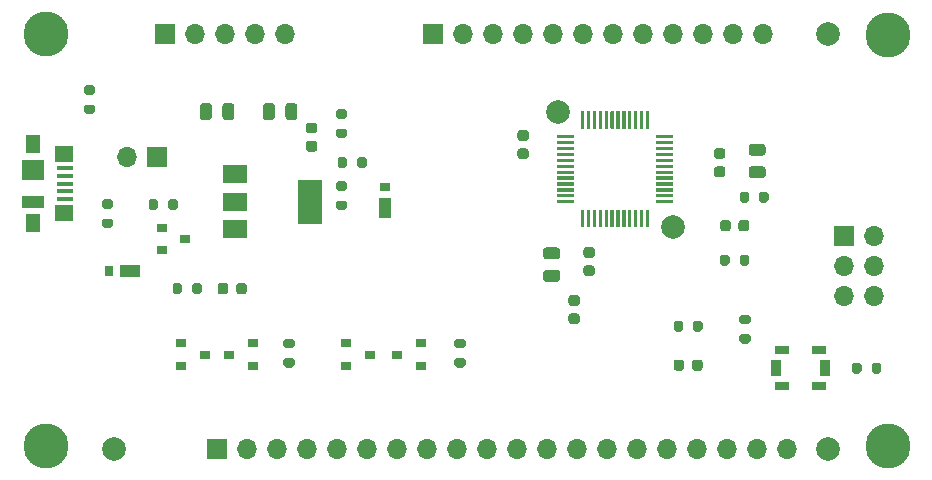
<source format=gts>
%TF.GenerationSoftware,KiCad,Pcbnew,(5.1.12)-1*%
%TF.CreationDate,2022-04-21T18:08:35-07:00*%
%TF.ProjectId,ATMega809 Breakout,41544d65-6761-4383-9039-20427265616b,rev?*%
%TF.SameCoordinates,Original*%
%TF.FileFunction,Soldermask,Top*%
%TF.FilePolarity,Negative*%
%FSLAX46Y46*%
G04 Gerber Fmt 4.6, Leading zero omitted, Abs format (unit mm)*
G04 Created by KiCad (PCBNEW (5.1.12)-1) date 2022-04-21 18:08:35*
%MOMM*%
%LPD*%
G01*
G04 APERTURE LIST*
%ADD10R,1.900000X1.000000*%
%ADD11R,1.900000X1.800000*%
%ADD12R,1.300000X1.650000*%
%ADD13R,1.550000X1.425000*%
%ADD14R,1.380000X0.450000*%
%ADD15R,0.863600X0.708000*%
%ADD16R,1.092200X1.800200*%
%ADD17R,0.708000X0.863600*%
%ADD18R,1.800200X1.092200*%
%ADD19R,2.000000X1.500000*%
%ADD20R,2.000000X3.800000*%
%ADD21R,1.143000X0.762000*%
%ADD22R,0.939800X1.397000*%
%ADD23C,2.000000*%
%ADD24O,1.700000X1.700000*%
%ADD25R,1.700000X1.700000*%
%ADD26C,3.800000*%
%ADD27R,0.900000X0.800000*%
G04 APERTURE END LIST*
%TO.C,R13*%
G36*
G01*
X172676000Y-63606000D02*
X172676000Y-64156000D01*
G75*
G02*
X172476000Y-64356000I-200000J0D01*
G01*
X172076000Y-64356000D01*
G75*
G02*
X171876000Y-64156000I0J200000D01*
G01*
X171876000Y-63606000D01*
G75*
G02*
X172076000Y-63406000I200000J0D01*
G01*
X172476000Y-63406000D01*
G75*
G02*
X172676000Y-63606000I0J-200000D01*
G01*
G37*
G36*
G01*
X174326000Y-63606000D02*
X174326000Y-64156000D01*
G75*
G02*
X174126000Y-64356000I-200000J0D01*
G01*
X173726000Y-64356000D01*
G75*
G02*
X173526000Y-64156000I0J200000D01*
G01*
X173526000Y-63606000D01*
G75*
G02*
X173726000Y-63406000I200000J0D01*
G01*
X174126000Y-63406000D01*
G75*
G02*
X174326000Y-63606000I0J-200000D01*
G01*
G37*
%TD*%
%TO.C,C10*%
G36*
G01*
X148586000Y-58603000D02*
X148086000Y-58603000D01*
G75*
G02*
X147861000Y-58378000I0J225000D01*
G01*
X147861000Y-57928000D01*
G75*
G02*
X148086000Y-57703000I225000J0D01*
G01*
X148586000Y-57703000D01*
G75*
G02*
X148811000Y-57928000I0J-225000D01*
G01*
X148811000Y-58378000D01*
G75*
G02*
X148586000Y-58603000I-225000J0D01*
G01*
G37*
G36*
G01*
X148586000Y-60153000D02*
X148086000Y-60153000D01*
G75*
G02*
X147861000Y-59928000I0J225000D01*
G01*
X147861000Y-59478000D01*
G75*
G02*
X148086000Y-59253000I225000J0D01*
G01*
X148586000Y-59253000D01*
G75*
G02*
X148811000Y-59478000I0J-225000D01*
G01*
X148811000Y-59928000D01*
G75*
G02*
X148586000Y-60153000I-225000J0D01*
G01*
G37*
%TD*%
%TO.C,R14*%
G36*
G01*
X164001000Y-49678000D02*
X164001000Y-49128000D01*
G75*
G02*
X164201000Y-48928000I200000J0D01*
G01*
X164601000Y-48928000D01*
G75*
G02*
X164801000Y-49128000I0J-200000D01*
G01*
X164801000Y-49678000D01*
G75*
G02*
X164601000Y-49878000I-200000J0D01*
G01*
X164201000Y-49878000D01*
G75*
G02*
X164001000Y-49678000I0J200000D01*
G01*
G37*
G36*
G01*
X162351000Y-49678000D02*
X162351000Y-49128000D01*
G75*
G02*
X162551000Y-48928000I200000J0D01*
G01*
X162951000Y-48928000D01*
G75*
G02*
X163151000Y-49128000I0J-200000D01*
G01*
X163151000Y-49678000D01*
G75*
G02*
X162951000Y-49878000I-200000J0D01*
G01*
X162551000Y-49878000D01*
G75*
G02*
X162351000Y-49678000I0J200000D01*
G01*
G37*
%TD*%
%TO.C,R12*%
G36*
G01*
X163089000Y-60154000D02*
X162539000Y-60154000D01*
G75*
G02*
X162339000Y-59954000I0J200000D01*
G01*
X162339000Y-59554000D01*
G75*
G02*
X162539000Y-59354000I200000J0D01*
G01*
X163089000Y-59354000D01*
G75*
G02*
X163289000Y-59554000I0J-200000D01*
G01*
X163289000Y-59954000D01*
G75*
G02*
X163089000Y-60154000I-200000J0D01*
G01*
G37*
G36*
G01*
X163089000Y-61804000D02*
X162539000Y-61804000D01*
G75*
G02*
X162339000Y-61604000I0J200000D01*
G01*
X162339000Y-61204000D01*
G75*
G02*
X162539000Y-61004000I200000J0D01*
G01*
X163089000Y-61004000D01*
G75*
G02*
X163289000Y-61204000I0J-200000D01*
G01*
X163289000Y-61604000D01*
G75*
G02*
X163089000Y-61804000I-200000J0D01*
G01*
G37*
%TD*%
D10*
%TO.C,J1*%
X102559000Y-49810000D03*
D11*
X102559000Y-47110000D03*
D12*
X102559000Y-51635000D03*
X102559000Y-44885000D03*
D13*
X105134000Y-50747500D03*
X105134000Y-45772500D03*
D14*
X105219000Y-49560000D03*
X105219000Y-48910000D03*
X105219000Y-48260000D03*
X105219000Y-47610000D03*
X105219000Y-46960000D03*
%TD*%
D15*
%TO.C,D2*%
X132334000Y-48514000D03*
D16*
X132334000Y-50352300D03*
%TD*%
D17*
%TO.C,D1*%
X108916800Y-55626000D03*
D18*
X110755100Y-55626000D03*
%TD*%
D19*
%TO.C,U1*%
X119659000Y-47484000D03*
X119659000Y-52084000D03*
X119659000Y-49784000D03*
D20*
X125959000Y-49784000D03*
%TD*%
D21*
%TO.C,SW1*%
X169088001Y-65406001D03*
X165937999Y-65406001D03*
X169088001Y-62355999D03*
X165937999Y-62355999D03*
D22*
X169588000Y-63881000D03*
X165438000Y-63881000D03*
%TD*%
D23*
%TO.C,FID5*%
X156718000Y-51943000D03*
%TD*%
%TO.C,FID4*%
X146939000Y-42164000D03*
%TD*%
%TO.C,FID3*%
X109347000Y-70739000D03*
%TD*%
%TO.C,FID2*%
X169799000Y-70739000D03*
%TD*%
%TO.C,FID1*%
X169799000Y-35560000D03*
%TD*%
D24*
%TO.C,J4*%
X164338000Y-35560000D03*
X161798000Y-35560000D03*
X159258000Y-35560000D03*
X156718000Y-35560000D03*
X154178000Y-35560000D03*
X151638000Y-35560000D03*
X149098000Y-35560000D03*
X146558000Y-35560000D03*
X144018000Y-35560000D03*
X141478000Y-35560000D03*
X138938000Y-35560000D03*
D25*
X136398000Y-35560000D03*
%TD*%
D24*
%TO.C,J3*%
X166370000Y-70739000D03*
X163830000Y-70739000D03*
X161290000Y-70739000D03*
X158750000Y-70739000D03*
X156210000Y-70739000D03*
X153670000Y-70739000D03*
X151130000Y-70739000D03*
X148590000Y-70739000D03*
X146050000Y-70739000D03*
X143510000Y-70739000D03*
X140970000Y-70739000D03*
X138430000Y-70739000D03*
X135890000Y-70739000D03*
X133350000Y-70739000D03*
X130810000Y-70739000D03*
X128270000Y-70739000D03*
X125730000Y-70739000D03*
X123190000Y-70739000D03*
X120650000Y-70739000D03*
D25*
X118110000Y-70739000D03*
%TD*%
%TO.C,C2*%
G36*
G01*
X125861000Y-44648000D02*
X126361000Y-44648000D01*
G75*
G02*
X126586000Y-44873000I0J-225000D01*
G01*
X126586000Y-45323000D01*
G75*
G02*
X126361000Y-45548000I-225000J0D01*
G01*
X125861000Y-45548000D01*
G75*
G02*
X125636000Y-45323000I0J225000D01*
G01*
X125636000Y-44873000D01*
G75*
G02*
X125861000Y-44648000I225000J0D01*
G01*
G37*
G36*
G01*
X125861000Y-43098000D02*
X126361000Y-43098000D01*
G75*
G02*
X126586000Y-43323000I0J-225000D01*
G01*
X126586000Y-43773000D01*
G75*
G02*
X126361000Y-43998000I-225000J0D01*
G01*
X125861000Y-43998000D01*
G75*
G02*
X125636000Y-43773000I0J225000D01*
G01*
X125636000Y-43323000D01*
G75*
G02*
X125861000Y-43098000I225000J0D01*
G01*
G37*
%TD*%
D24*
%TO.C,J2*%
X123825000Y-35560000D03*
X121285000Y-35560000D03*
X118745000Y-35560000D03*
X116205000Y-35560000D03*
D25*
X113665000Y-35560000D03*
%TD*%
%TO.C,R9*%
G36*
G01*
X157563000Y-60050000D02*
X157563000Y-60600000D01*
G75*
G02*
X157363000Y-60800000I-200000J0D01*
G01*
X156963000Y-60800000D01*
G75*
G02*
X156763000Y-60600000I0J200000D01*
G01*
X156763000Y-60050000D01*
G75*
G02*
X156963000Y-59850000I200000J0D01*
G01*
X157363000Y-59850000D01*
G75*
G02*
X157563000Y-60050000I0J-200000D01*
G01*
G37*
G36*
G01*
X159213000Y-60050000D02*
X159213000Y-60600000D01*
G75*
G02*
X159013000Y-60800000I-200000J0D01*
G01*
X158613000Y-60800000D01*
G75*
G02*
X158413000Y-60600000I0J200000D01*
G01*
X158413000Y-60050000D01*
G75*
G02*
X158613000Y-59850000I200000J0D01*
G01*
X159013000Y-59850000D01*
G75*
G02*
X159213000Y-60050000I0J-200000D01*
G01*
G37*
%TD*%
D26*
%TO.C,H4*%
X103632000Y-35560000D03*
%TD*%
%TO.C,H3*%
X103632000Y-70485000D03*
%TD*%
%TO.C,H2*%
X174879000Y-70485000D03*
%TD*%
%TO.C,H1*%
X174879000Y-35687000D03*
%TD*%
D24*
%TO.C,J5*%
X173736000Y-57785000D03*
X171196000Y-57785000D03*
X173736000Y-55245000D03*
X171196000Y-55245000D03*
X173736000Y-52705000D03*
D25*
X171196000Y-52705000D03*
%TD*%
%TO.C,U2*%
G36*
G01*
X154434600Y-42139000D02*
X154675400Y-42139000D01*
G75*
G02*
X154695000Y-42158600I0J-19600D01*
G01*
X154695000Y-43589400D01*
G75*
G02*
X154675400Y-43609000I-19600J0D01*
G01*
X154434600Y-43609000D01*
G75*
G02*
X154415000Y-43589400I0J19600D01*
G01*
X154415000Y-42158600D01*
G75*
G02*
X154434600Y-42139000I19600J0D01*
G01*
G37*
G36*
G01*
X153934600Y-42139000D02*
X154175400Y-42139000D01*
G75*
G02*
X154195000Y-42158600I0J-19600D01*
G01*
X154195000Y-43589400D01*
G75*
G02*
X154175400Y-43609000I-19600J0D01*
G01*
X153934600Y-43609000D01*
G75*
G02*
X153915000Y-43589400I0J19600D01*
G01*
X153915000Y-42158600D01*
G75*
G02*
X153934600Y-42139000I19600J0D01*
G01*
G37*
G36*
G01*
X153434600Y-42139000D02*
X153675400Y-42139000D01*
G75*
G02*
X153695000Y-42158600I0J-19600D01*
G01*
X153695000Y-43589400D01*
G75*
G02*
X153675400Y-43609000I-19600J0D01*
G01*
X153434600Y-43609000D01*
G75*
G02*
X153415000Y-43589400I0J19600D01*
G01*
X153415000Y-42158600D01*
G75*
G02*
X153434600Y-42139000I19600J0D01*
G01*
G37*
G36*
G01*
X152934600Y-42139000D02*
X153175400Y-42139000D01*
G75*
G02*
X153195000Y-42158600I0J-19600D01*
G01*
X153195000Y-43589400D01*
G75*
G02*
X153175400Y-43609000I-19600J0D01*
G01*
X152934600Y-43609000D01*
G75*
G02*
X152915000Y-43589400I0J19600D01*
G01*
X152915000Y-42158600D01*
G75*
G02*
X152934600Y-42139000I19600J0D01*
G01*
G37*
G36*
G01*
X152434600Y-42139000D02*
X152675400Y-42139000D01*
G75*
G02*
X152695000Y-42158600I0J-19600D01*
G01*
X152695000Y-43589400D01*
G75*
G02*
X152675400Y-43609000I-19600J0D01*
G01*
X152434600Y-43609000D01*
G75*
G02*
X152415000Y-43589400I0J19600D01*
G01*
X152415000Y-42158600D01*
G75*
G02*
X152434600Y-42139000I19600J0D01*
G01*
G37*
G36*
G01*
X151934600Y-42139000D02*
X152175400Y-42139000D01*
G75*
G02*
X152195000Y-42158600I0J-19600D01*
G01*
X152195000Y-43589400D01*
G75*
G02*
X152175400Y-43609000I-19600J0D01*
G01*
X151934600Y-43609000D01*
G75*
G02*
X151915000Y-43589400I0J19600D01*
G01*
X151915000Y-42158600D01*
G75*
G02*
X151934600Y-42139000I19600J0D01*
G01*
G37*
G36*
G01*
X151434600Y-42139000D02*
X151675400Y-42139000D01*
G75*
G02*
X151695000Y-42158600I0J-19600D01*
G01*
X151695000Y-43589400D01*
G75*
G02*
X151675400Y-43609000I-19600J0D01*
G01*
X151434600Y-43609000D01*
G75*
G02*
X151415000Y-43589400I0J19600D01*
G01*
X151415000Y-42158600D01*
G75*
G02*
X151434600Y-42139000I19600J0D01*
G01*
G37*
G36*
G01*
X150934600Y-42139000D02*
X151175400Y-42139000D01*
G75*
G02*
X151195000Y-42158600I0J-19600D01*
G01*
X151195000Y-43589400D01*
G75*
G02*
X151175400Y-43609000I-19600J0D01*
G01*
X150934600Y-43609000D01*
G75*
G02*
X150915000Y-43589400I0J19600D01*
G01*
X150915000Y-42158600D01*
G75*
G02*
X150934600Y-42139000I19600J0D01*
G01*
G37*
G36*
G01*
X150434600Y-42139000D02*
X150675400Y-42139000D01*
G75*
G02*
X150695000Y-42158600I0J-19600D01*
G01*
X150695000Y-43589400D01*
G75*
G02*
X150675400Y-43609000I-19600J0D01*
G01*
X150434600Y-43609000D01*
G75*
G02*
X150415000Y-43589400I0J19600D01*
G01*
X150415000Y-42158600D01*
G75*
G02*
X150434600Y-42139000I19600J0D01*
G01*
G37*
G36*
G01*
X149934600Y-42139000D02*
X150175400Y-42139000D01*
G75*
G02*
X150195000Y-42158600I0J-19600D01*
G01*
X150195000Y-43589400D01*
G75*
G02*
X150175400Y-43609000I-19600J0D01*
G01*
X149934600Y-43609000D01*
G75*
G02*
X149915000Y-43589400I0J19600D01*
G01*
X149915000Y-42158600D01*
G75*
G02*
X149934600Y-42139000I19600J0D01*
G01*
G37*
G36*
G01*
X149434600Y-42139000D02*
X149675400Y-42139000D01*
G75*
G02*
X149695000Y-42158600I0J-19600D01*
G01*
X149695000Y-43589400D01*
G75*
G02*
X149675400Y-43609000I-19600J0D01*
G01*
X149434600Y-43609000D01*
G75*
G02*
X149415000Y-43589400I0J19600D01*
G01*
X149415000Y-42158600D01*
G75*
G02*
X149434600Y-42139000I19600J0D01*
G01*
G37*
G36*
G01*
X148934600Y-42139000D02*
X149175400Y-42139000D01*
G75*
G02*
X149195000Y-42158600I0J-19600D01*
G01*
X149195000Y-43589400D01*
G75*
G02*
X149175400Y-43609000I-19600J0D01*
G01*
X148934600Y-43609000D01*
G75*
G02*
X148915000Y-43589400I0J19600D01*
G01*
X148915000Y-42158600D01*
G75*
G02*
X148934600Y-42139000I19600J0D01*
G01*
G37*
G36*
G01*
X146900000Y-44414400D02*
X146900000Y-44173600D01*
G75*
G02*
X146919600Y-44154000I19600J0D01*
G01*
X148350400Y-44154000D01*
G75*
G02*
X148370000Y-44173600I0J-19600D01*
G01*
X148370000Y-44414400D01*
G75*
G02*
X148350400Y-44434000I-19600J0D01*
G01*
X146919600Y-44434000D01*
G75*
G02*
X146900000Y-44414400I0J19600D01*
G01*
G37*
G36*
G01*
X146900000Y-44914400D02*
X146900000Y-44673600D01*
G75*
G02*
X146919600Y-44654000I19600J0D01*
G01*
X148350400Y-44654000D01*
G75*
G02*
X148370000Y-44673600I0J-19600D01*
G01*
X148370000Y-44914400D01*
G75*
G02*
X148350400Y-44934000I-19600J0D01*
G01*
X146919600Y-44934000D01*
G75*
G02*
X146900000Y-44914400I0J19600D01*
G01*
G37*
G36*
G01*
X146900000Y-45414400D02*
X146900000Y-45173600D01*
G75*
G02*
X146919600Y-45154000I19600J0D01*
G01*
X148350400Y-45154000D01*
G75*
G02*
X148370000Y-45173600I0J-19600D01*
G01*
X148370000Y-45414400D01*
G75*
G02*
X148350400Y-45434000I-19600J0D01*
G01*
X146919600Y-45434000D01*
G75*
G02*
X146900000Y-45414400I0J19600D01*
G01*
G37*
G36*
G01*
X146900000Y-45914400D02*
X146900000Y-45673600D01*
G75*
G02*
X146919600Y-45654000I19600J0D01*
G01*
X148350400Y-45654000D01*
G75*
G02*
X148370000Y-45673600I0J-19600D01*
G01*
X148370000Y-45914400D01*
G75*
G02*
X148350400Y-45934000I-19600J0D01*
G01*
X146919600Y-45934000D01*
G75*
G02*
X146900000Y-45914400I0J19600D01*
G01*
G37*
G36*
G01*
X146900000Y-46414400D02*
X146900000Y-46173600D01*
G75*
G02*
X146919600Y-46154000I19600J0D01*
G01*
X148350400Y-46154000D01*
G75*
G02*
X148370000Y-46173600I0J-19600D01*
G01*
X148370000Y-46414400D01*
G75*
G02*
X148350400Y-46434000I-19600J0D01*
G01*
X146919600Y-46434000D01*
G75*
G02*
X146900000Y-46414400I0J19600D01*
G01*
G37*
G36*
G01*
X146900000Y-46914400D02*
X146900000Y-46673600D01*
G75*
G02*
X146919600Y-46654000I19600J0D01*
G01*
X148350400Y-46654000D01*
G75*
G02*
X148370000Y-46673600I0J-19600D01*
G01*
X148370000Y-46914400D01*
G75*
G02*
X148350400Y-46934000I-19600J0D01*
G01*
X146919600Y-46934000D01*
G75*
G02*
X146900000Y-46914400I0J19600D01*
G01*
G37*
G36*
G01*
X146900000Y-47414400D02*
X146900000Y-47173600D01*
G75*
G02*
X146919600Y-47154000I19600J0D01*
G01*
X148350400Y-47154000D01*
G75*
G02*
X148370000Y-47173600I0J-19600D01*
G01*
X148370000Y-47414400D01*
G75*
G02*
X148350400Y-47434000I-19600J0D01*
G01*
X146919600Y-47434000D01*
G75*
G02*
X146900000Y-47414400I0J19600D01*
G01*
G37*
G36*
G01*
X146900000Y-47914400D02*
X146900000Y-47673600D01*
G75*
G02*
X146919600Y-47654000I19600J0D01*
G01*
X148350400Y-47654000D01*
G75*
G02*
X148370000Y-47673600I0J-19600D01*
G01*
X148370000Y-47914400D01*
G75*
G02*
X148350400Y-47934000I-19600J0D01*
G01*
X146919600Y-47934000D01*
G75*
G02*
X146900000Y-47914400I0J19600D01*
G01*
G37*
G36*
G01*
X146900000Y-48414400D02*
X146900000Y-48173600D01*
G75*
G02*
X146919600Y-48154000I19600J0D01*
G01*
X148350400Y-48154000D01*
G75*
G02*
X148370000Y-48173600I0J-19600D01*
G01*
X148370000Y-48414400D01*
G75*
G02*
X148350400Y-48434000I-19600J0D01*
G01*
X146919600Y-48434000D01*
G75*
G02*
X146900000Y-48414400I0J19600D01*
G01*
G37*
G36*
G01*
X146900000Y-48914400D02*
X146900000Y-48673600D01*
G75*
G02*
X146919600Y-48654000I19600J0D01*
G01*
X148350400Y-48654000D01*
G75*
G02*
X148370000Y-48673600I0J-19600D01*
G01*
X148370000Y-48914400D01*
G75*
G02*
X148350400Y-48934000I-19600J0D01*
G01*
X146919600Y-48934000D01*
G75*
G02*
X146900000Y-48914400I0J19600D01*
G01*
G37*
G36*
G01*
X146900000Y-49414400D02*
X146900000Y-49173600D01*
G75*
G02*
X146919600Y-49154000I19600J0D01*
G01*
X148350400Y-49154000D01*
G75*
G02*
X148370000Y-49173600I0J-19600D01*
G01*
X148370000Y-49414400D01*
G75*
G02*
X148350400Y-49434000I-19600J0D01*
G01*
X146919600Y-49434000D01*
G75*
G02*
X146900000Y-49414400I0J19600D01*
G01*
G37*
G36*
G01*
X146900000Y-49914400D02*
X146900000Y-49673600D01*
G75*
G02*
X146919600Y-49654000I19600J0D01*
G01*
X148350400Y-49654000D01*
G75*
G02*
X148370000Y-49673600I0J-19600D01*
G01*
X148370000Y-49914400D01*
G75*
G02*
X148350400Y-49934000I-19600J0D01*
G01*
X146919600Y-49934000D01*
G75*
G02*
X146900000Y-49914400I0J19600D01*
G01*
G37*
G36*
G01*
X149175400Y-51949000D02*
X148934600Y-51949000D01*
G75*
G02*
X148915000Y-51929400I0J19600D01*
G01*
X148915000Y-50498600D01*
G75*
G02*
X148934600Y-50479000I19600J0D01*
G01*
X149175400Y-50479000D01*
G75*
G02*
X149195000Y-50498600I0J-19600D01*
G01*
X149195000Y-51929400D01*
G75*
G02*
X149175400Y-51949000I-19600J0D01*
G01*
G37*
G36*
G01*
X149675400Y-51949000D02*
X149434600Y-51949000D01*
G75*
G02*
X149415000Y-51929400I0J19600D01*
G01*
X149415000Y-50498600D01*
G75*
G02*
X149434600Y-50479000I19600J0D01*
G01*
X149675400Y-50479000D01*
G75*
G02*
X149695000Y-50498600I0J-19600D01*
G01*
X149695000Y-51929400D01*
G75*
G02*
X149675400Y-51949000I-19600J0D01*
G01*
G37*
G36*
G01*
X150175400Y-51949000D02*
X149934600Y-51949000D01*
G75*
G02*
X149915000Y-51929400I0J19600D01*
G01*
X149915000Y-50498600D01*
G75*
G02*
X149934600Y-50479000I19600J0D01*
G01*
X150175400Y-50479000D01*
G75*
G02*
X150195000Y-50498600I0J-19600D01*
G01*
X150195000Y-51929400D01*
G75*
G02*
X150175400Y-51949000I-19600J0D01*
G01*
G37*
G36*
G01*
X150675400Y-51949000D02*
X150434600Y-51949000D01*
G75*
G02*
X150415000Y-51929400I0J19600D01*
G01*
X150415000Y-50498600D01*
G75*
G02*
X150434600Y-50479000I19600J0D01*
G01*
X150675400Y-50479000D01*
G75*
G02*
X150695000Y-50498600I0J-19600D01*
G01*
X150695000Y-51929400D01*
G75*
G02*
X150675400Y-51949000I-19600J0D01*
G01*
G37*
G36*
G01*
X151175400Y-51949000D02*
X150934600Y-51949000D01*
G75*
G02*
X150915000Y-51929400I0J19600D01*
G01*
X150915000Y-50498600D01*
G75*
G02*
X150934600Y-50479000I19600J0D01*
G01*
X151175400Y-50479000D01*
G75*
G02*
X151195000Y-50498600I0J-19600D01*
G01*
X151195000Y-51929400D01*
G75*
G02*
X151175400Y-51949000I-19600J0D01*
G01*
G37*
G36*
G01*
X151675400Y-51949000D02*
X151434600Y-51949000D01*
G75*
G02*
X151415000Y-51929400I0J19600D01*
G01*
X151415000Y-50498600D01*
G75*
G02*
X151434600Y-50479000I19600J0D01*
G01*
X151675400Y-50479000D01*
G75*
G02*
X151695000Y-50498600I0J-19600D01*
G01*
X151695000Y-51929400D01*
G75*
G02*
X151675400Y-51949000I-19600J0D01*
G01*
G37*
G36*
G01*
X152175400Y-51949000D02*
X151934600Y-51949000D01*
G75*
G02*
X151915000Y-51929400I0J19600D01*
G01*
X151915000Y-50498600D01*
G75*
G02*
X151934600Y-50479000I19600J0D01*
G01*
X152175400Y-50479000D01*
G75*
G02*
X152195000Y-50498600I0J-19600D01*
G01*
X152195000Y-51929400D01*
G75*
G02*
X152175400Y-51949000I-19600J0D01*
G01*
G37*
G36*
G01*
X152675400Y-51949000D02*
X152434600Y-51949000D01*
G75*
G02*
X152415000Y-51929400I0J19600D01*
G01*
X152415000Y-50498600D01*
G75*
G02*
X152434600Y-50479000I19600J0D01*
G01*
X152675400Y-50479000D01*
G75*
G02*
X152695000Y-50498600I0J-19600D01*
G01*
X152695000Y-51929400D01*
G75*
G02*
X152675400Y-51949000I-19600J0D01*
G01*
G37*
G36*
G01*
X153175400Y-51949000D02*
X152934600Y-51949000D01*
G75*
G02*
X152915000Y-51929400I0J19600D01*
G01*
X152915000Y-50498600D01*
G75*
G02*
X152934600Y-50479000I19600J0D01*
G01*
X153175400Y-50479000D01*
G75*
G02*
X153195000Y-50498600I0J-19600D01*
G01*
X153195000Y-51929400D01*
G75*
G02*
X153175400Y-51949000I-19600J0D01*
G01*
G37*
G36*
G01*
X153675400Y-51949000D02*
X153434600Y-51949000D01*
G75*
G02*
X153415000Y-51929400I0J19600D01*
G01*
X153415000Y-50498600D01*
G75*
G02*
X153434600Y-50479000I19600J0D01*
G01*
X153675400Y-50479000D01*
G75*
G02*
X153695000Y-50498600I0J-19600D01*
G01*
X153695000Y-51929400D01*
G75*
G02*
X153675400Y-51949000I-19600J0D01*
G01*
G37*
G36*
G01*
X154175400Y-51949000D02*
X153934600Y-51949000D01*
G75*
G02*
X153915000Y-51929400I0J19600D01*
G01*
X153915000Y-50498600D01*
G75*
G02*
X153934600Y-50479000I19600J0D01*
G01*
X154175400Y-50479000D01*
G75*
G02*
X154195000Y-50498600I0J-19600D01*
G01*
X154195000Y-51929400D01*
G75*
G02*
X154175400Y-51949000I-19600J0D01*
G01*
G37*
G36*
G01*
X154675400Y-51949000D02*
X154434600Y-51949000D01*
G75*
G02*
X154415000Y-51929400I0J19600D01*
G01*
X154415000Y-50498600D01*
G75*
G02*
X154434600Y-50479000I19600J0D01*
G01*
X154675400Y-50479000D01*
G75*
G02*
X154695000Y-50498600I0J-19600D01*
G01*
X154695000Y-51929400D01*
G75*
G02*
X154675400Y-51949000I-19600J0D01*
G01*
G37*
G36*
G01*
X156710000Y-49673600D02*
X156710000Y-49914400D01*
G75*
G02*
X156690400Y-49934000I-19600J0D01*
G01*
X155259600Y-49934000D01*
G75*
G02*
X155240000Y-49914400I0J19600D01*
G01*
X155240000Y-49673600D01*
G75*
G02*
X155259600Y-49654000I19600J0D01*
G01*
X156690400Y-49654000D01*
G75*
G02*
X156710000Y-49673600I0J-19600D01*
G01*
G37*
G36*
G01*
X156710000Y-49173600D02*
X156710000Y-49414400D01*
G75*
G02*
X156690400Y-49434000I-19600J0D01*
G01*
X155259600Y-49434000D01*
G75*
G02*
X155240000Y-49414400I0J19600D01*
G01*
X155240000Y-49173600D01*
G75*
G02*
X155259600Y-49154000I19600J0D01*
G01*
X156690400Y-49154000D01*
G75*
G02*
X156710000Y-49173600I0J-19600D01*
G01*
G37*
G36*
G01*
X156710000Y-48673600D02*
X156710000Y-48914400D01*
G75*
G02*
X156690400Y-48934000I-19600J0D01*
G01*
X155259600Y-48934000D01*
G75*
G02*
X155240000Y-48914400I0J19600D01*
G01*
X155240000Y-48673600D01*
G75*
G02*
X155259600Y-48654000I19600J0D01*
G01*
X156690400Y-48654000D01*
G75*
G02*
X156710000Y-48673600I0J-19600D01*
G01*
G37*
G36*
G01*
X156710000Y-48173600D02*
X156710000Y-48414400D01*
G75*
G02*
X156690400Y-48434000I-19600J0D01*
G01*
X155259600Y-48434000D01*
G75*
G02*
X155240000Y-48414400I0J19600D01*
G01*
X155240000Y-48173600D01*
G75*
G02*
X155259600Y-48154000I19600J0D01*
G01*
X156690400Y-48154000D01*
G75*
G02*
X156710000Y-48173600I0J-19600D01*
G01*
G37*
G36*
G01*
X156710000Y-47673600D02*
X156710000Y-47914400D01*
G75*
G02*
X156690400Y-47934000I-19600J0D01*
G01*
X155259600Y-47934000D01*
G75*
G02*
X155240000Y-47914400I0J19600D01*
G01*
X155240000Y-47673600D01*
G75*
G02*
X155259600Y-47654000I19600J0D01*
G01*
X156690400Y-47654000D01*
G75*
G02*
X156710000Y-47673600I0J-19600D01*
G01*
G37*
G36*
G01*
X156710000Y-47173600D02*
X156710000Y-47414400D01*
G75*
G02*
X156690400Y-47434000I-19600J0D01*
G01*
X155259600Y-47434000D01*
G75*
G02*
X155240000Y-47414400I0J19600D01*
G01*
X155240000Y-47173600D01*
G75*
G02*
X155259600Y-47154000I19600J0D01*
G01*
X156690400Y-47154000D01*
G75*
G02*
X156710000Y-47173600I0J-19600D01*
G01*
G37*
G36*
G01*
X156710000Y-46673600D02*
X156710000Y-46914400D01*
G75*
G02*
X156690400Y-46934000I-19600J0D01*
G01*
X155259600Y-46934000D01*
G75*
G02*
X155240000Y-46914400I0J19600D01*
G01*
X155240000Y-46673600D01*
G75*
G02*
X155259600Y-46654000I19600J0D01*
G01*
X156690400Y-46654000D01*
G75*
G02*
X156710000Y-46673600I0J-19600D01*
G01*
G37*
G36*
G01*
X156710000Y-46173600D02*
X156710000Y-46414400D01*
G75*
G02*
X156690400Y-46434000I-19600J0D01*
G01*
X155259600Y-46434000D01*
G75*
G02*
X155240000Y-46414400I0J19600D01*
G01*
X155240000Y-46173600D01*
G75*
G02*
X155259600Y-46154000I19600J0D01*
G01*
X156690400Y-46154000D01*
G75*
G02*
X156710000Y-46173600I0J-19600D01*
G01*
G37*
G36*
G01*
X156710000Y-45673600D02*
X156710000Y-45914400D01*
G75*
G02*
X156690400Y-45934000I-19600J0D01*
G01*
X155259600Y-45934000D01*
G75*
G02*
X155240000Y-45914400I0J19600D01*
G01*
X155240000Y-45673600D01*
G75*
G02*
X155259600Y-45654000I19600J0D01*
G01*
X156690400Y-45654000D01*
G75*
G02*
X156710000Y-45673600I0J-19600D01*
G01*
G37*
G36*
G01*
X156710000Y-45173600D02*
X156710000Y-45414400D01*
G75*
G02*
X156690400Y-45434000I-19600J0D01*
G01*
X155259600Y-45434000D01*
G75*
G02*
X155240000Y-45414400I0J19600D01*
G01*
X155240000Y-45173600D01*
G75*
G02*
X155259600Y-45154000I19600J0D01*
G01*
X156690400Y-45154000D01*
G75*
G02*
X156710000Y-45173600I0J-19600D01*
G01*
G37*
G36*
G01*
X156710000Y-44673600D02*
X156710000Y-44914400D01*
G75*
G02*
X156690400Y-44934000I-19600J0D01*
G01*
X155259600Y-44934000D01*
G75*
G02*
X155240000Y-44914400I0J19600D01*
G01*
X155240000Y-44673600D01*
G75*
G02*
X155259600Y-44654000I19600J0D01*
G01*
X156690400Y-44654000D01*
G75*
G02*
X156710000Y-44673600I0J-19600D01*
G01*
G37*
G36*
G01*
X156710000Y-44173600D02*
X156710000Y-44414400D01*
G75*
G02*
X156690400Y-44434000I-19600J0D01*
G01*
X155259600Y-44434000D01*
G75*
G02*
X155240000Y-44414400I0J19600D01*
G01*
X155240000Y-44173600D01*
G75*
G02*
X155259600Y-44154000I19600J0D01*
G01*
X156690400Y-44154000D01*
G75*
G02*
X156710000Y-44173600I0J-19600D01*
G01*
G37*
%TD*%
%TO.C,R11*%
G36*
G01*
X161500000Y-54462000D02*
X161500000Y-55012000D01*
G75*
G02*
X161300000Y-55212000I-200000J0D01*
G01*
X160900000Y-55212000D01*
G75*
G02*
X160700000Y-55012000I0J200000D01*
G01*
X160700000Y-54462000D01*
G75*
G02*
X160900000Y-54262000I200000J0D01*
G01*
X161300000Y-54262000D01*
G75*
G02*
X161500000Y-54462000I0J-200000D01*
G01*
G37*
G36*
G01*
X163150000Y-54462000D02*
X163150000Y-55012000D01*
G75*
G02*
X162950000Y-55212000I-200000J0D01*
G01*
X162550000Y-55212000D01*
G75*
G02*
X162350000Y-55012000I0J200000D01*
G01*
X162350000Y-54462000D01*
G75*
G02*
X162550000Y-54262000I200000J0D01*
G01*
X162950000Y-54262000D01*
G75*
G02*
X163150000Y-54462000I0J-200000D01*
G01*
G37*
%TD*%
%TO.C,R10*%
G36*
G01*
X115995000Y-57425000D02*
X115995000Y-56875000D01*
G75*
G02*
X116195000Y-56675000I200000J0D01*
G01*
X116595000Y-56675000D01*
G75*
G02*
X116795000Y-56875000I0J-200000D01*
G01*
X116795000Y-57425000D01*
G75*
G02*
X116595000Y-57625000I-200000J0D01*
G01*
X116195000Y-57625000D01*
G75*
G02*
X115995000Y-57425000I0J200000D01*
G01*
G37*
G36*
G01*
X114345000Y-57425000D02*
X114345000Y-56875000D01*
G75*
G02*
X114545000Y-56675000I200000J0D01*
G01*
X114945000Y-56675000D01*
G75*
G02*
X115145000Y-56875000I0J-200000D01*
G01*
X115145000Y-57425000D01*
G75*
G02*
X114945000Y-57625000I-200000J0D01*
G01*
X114545000Y-57625000D01*
G75*
G02*
X114345000Y-57425000I0J200000D01*
G01*
G37*
%TD*%
%TO.C,R8*%
G36*
G01*
X129965000Y-46757000D02*
X129965000Y-46207000D01*
G75*
G02*
X130165000Y-46007000I200000J0D01*
G01*
X130565000Y-46007000D01*
G75*
G02*
X130765000Y-46207000I0J-200000D01*
G01*
X130765000Y-46757000D01*
G75*
G02*
X130565000Y-46957000I-200000J0D01*
G01*
X130165000Y-46957000D01*
G75*
G02*
X129965000Y-46757000I0J200000D01*
G01*
G37*
G36*
G01*
X128315000Y-46757000D02*
X128315000Y-46207000D01*
G75*
G02*
X128515000Y-46007000I200000J0D01*
G01*
X128915000Y-46007000D01*
G75*
G02*
X129115000Y-46207000I0J-200000D01*
G01*
X129115000Y-46757000D01*
G75*
G02*
X128915000Y-46957000I-200000J0D01*
G01*
X128515000Y-46957000D01*
G75*
G02*
X128315000Y-46757000I0J200000D01*
G01*
G37*
%TD*%
%TO.C,R7*%
G36*
G01*
X128376000Y-43605000D02*
X128926000Y-43605000D01*
G75*
G02*
X129126000Y-43805000I0J-200000D01*
G01*
X129126000Y-44205000D01*
G75*
G02*
X128926000Y-44405000I-200000J0D01*
G01*
X128376000Y-44405000D01*
G75*
G02*
X128176000Y-44205000I0J200000D01*
G01*
X128176000Y-43805000D01*
G75*
G02*
X128376000Y-43605000I200000J0D01*
G01*
G37*
G36*
G01*
X128376000Y-41955000D02*
X128926000Y-41955000D01*
G75*
G02*
X129126000Y-42155000I0J-200000D01*
G01*
X129126000Y-42555000D01*
G75*
G02*
X128926000Y-42755000I-200000J0D01*
G01*
X128376000Y-42755000D01*
G75*
G02*
X128176000Y-42555000I0J200000D01*
G01*
X128176000Y-42155000D01*
G75*
G02*
X128376000Y-41955000I200000J0D01*
G01*
G37*
%TD*%
%TO.C,R6*%
G36*
G01*
X138959000Y-62186000D02*
X138409000Y-62186000D01*
G75*
G02*
X138209000Y-61986000I0J200000D01*
G01*
X138209000Y-61586000D01*
G75*
G02*
X138409000Y-61386000I200000J0D01*
G01*
X138959000Y-61386000D01*
G75*
G02*
X139159000Y-61586000I0J-200000D01*
G01*
X139159000Y-61986000D01*
G75*
G02*
X138959000Y-62186000I-200000J0D01*
G01*
G37*
G36*
G01*
X138959000Y-63836000D02*
X138409000Y-63836000D01*
G75*
G02*
X138209000Y-63636000I0J200000D01*
G01*
X138209000Y-63236000D01*
G75*
G02*
X138409000Y-63036000I200000J0D01*
G01*
X138959000Y-63036000D01*
G75*
G02*
X139159000Y-63236000I0J-200000D01*
G01*
X139159000Y-63636000D01*
G75*
G02*
X138959000Y-63836000I-200000J0D01*
G01*
G37*
%TD*%
%TO.C,R5*%
G36*
G01*
X124481000Y-62186000D02*
X123931000Y-62186000D01*
G75*
G02*
X123731000Y-61986000I0J200000D01*
G01*
X123731000Y-61586000D01*
G75*
G02*
X123931000Y-61386000I200000J0D01*
G01*
X124481000Y-61386000D01*
G75*
G02*
X124681000Y-61586000I0J-200000D01*
G01*
X124681000Y-61986000D01*
G75*
G02*
X124481000Y-62186000I-200000J0D01*
G01*
G37*
G36*
G01*
X124481000Y-63836000D02*
X123931000Y-63836000D01*
G75*
G02*
X123731000Y-63636000I0J200000D01*
G01*
X123731000Y-63236000D01*
G75*
G02*
X123931000Y-63036000I200000J0D01*
G01*
X124481000Y-63036000D01*
G75*
G02*
X124681000Y-63236000I0J-200000D01*
G01*
X124681000Y-63636000D01*
G75*
G02*
X124481000Y-63836000I-200000J0D01*
G01*
G37*
%TD*%
%TO.C,R4*%
G36*
G01*
X128376000Y-49701000D02*
X128926000Y-49701000D01*
G75*
G02*
X129126000Y-49901000I0J-200000D01*
G01*
X129126000Y-50301000D01*
G75*
G02*
X128926000Y-50501000I-200000J0D01*
G01*
X128376000Y-50501000D01*
G75*
G02*
X128176000Y-50301000I0J200000D01*
G01*
X128176000Y-49901000D01*
G75*
G02*
X128376000Y-49701000I200000J0D01*
G01*
G37*
G36*
G01*
X128376000Y-48051000D02*
X128926000Y-48051000D01*
G75*
G02*
X129126000Y-48251000I0J-200000D01*
G01*
X129126000Y-48651000D01*
G75*
G02*
X128926000Y-48851000I-200000J0D01*
G01*
X128376000Y-48851000D01*
G75*
G02*
X128176000Y-48651000I0J200000D01*
G01*
X128176000Y-48251000D01*
G75*
G02*
X128376000Y-48051000I200000J0D01*
G01*
G37*
%TD*%
%TO.C,R3*%
G36*
G01*
X108564000Y-51225000D02*
X109114000Y-51225000D01*
G75*
G02*
X109314000Y-51425000I0J-200000D01*
G01*
X109314000Y-51825000D01*
G75*
G02*
X109114000Y-52025000I-200000J0D01*
G01*
X108564000Y-52025000D01*
G75*
G02*
X108364000Y-51825000I0J200000D01*
G01*
X108364000Y-51425000D01*
G75*
G02*
X108564000Y-51225000I200000J0D01*
G01*
G37*
G36*
G01*
X108564000Y-49575000D02*
X109114000Y-49575000D01*
G75*
G02*
X109314000Y-49775000I0J-200000D01*
G01*
X109314000Y-50175000D01*
G75*
G02*
X109114000Y-50375000I-200000J0D01*
G01*
X108564000Y-50375000D01*
G75*
G02*
X108364000Y-50175000I0J200000D01*
G01*
X108364000Y-49775000D01*
G75*
G02*
X108564000Y-49575000I200000J0D01*
G01*
G37*
%TD*%
%TO.C,R2*%
G36*
G01*
X107040000Y-41573000D02*
X107590000Y-41573000D01*
G75*
G02*
X107790000Y-41773000I0J-200000D01*
G01*
X107790000Y-42173000D01*
G75*
G02*
X107590000Y-42373000I-200000J0D01*
G01*
X107040000Y-42373000D01*
G75*
G02*
X106840000Y-42173000I0J200000D01*
G01*
X106840000Y-41773000D01*
G75*
G02*
X107040000Y-41573000I200000J0D01*
G01*
G37*
G36*
G01*
X107040000Y-39923000D02*
X107590000Y-39923000D01*
G75*
G02*
X107790000Y-40123000I0J-200000D01*
G01*
X107790000Y-40523000D01*
G75*
G02*
X107590000Y-40723000I-200000J0D01*
G01*
X107040000Y-40723000D01*
G75*
G02*
X106840000Y-40523000I0J200000D01*
G01*
X106840000Y-40123000D01*
G75*
G02*
X107040000Y-39923000I200000J0D01*
G01*
G37*
%TD*%
%TO.C,R1*%
G36*
G01*
X113963000Y-50313000D02*
X113963000Y-49763000D01*
G75*
G02*
X114163000Y-49563000I200000J0D01*
G01*
X114563000Y-49563000D01*
G75*
G02*
X114763000Y-49763000I0J-200000D01*
G01*
X114763000Y-50313000D01*
G75*
G02*
X114563000Y-50513000I-200000J0D01*
G01*
X114163000Y-50513000D01*
G75*
G02*
X113963000Y-50313000I0J200000D01*
G01*
G37*
G36*
G01*
X112313000Y-50313000D02*
X112313000Y-49763000D01*
G75*
G02*
X112513000Y-49563000I200000J0D01*
G01*
X112913000Y-49563000D01*
G75*
G02*
X113113000Y-49763000I0J-200000D01*
G01*
X113113000Y-50313000D01*
G75*
G02*
X112913000Y-50513000I-200000J0D01*
G01*
X112513000Y-50513000D01*
G75*
G02*
X112313000Y-50313000I0J200000D01*
G01*
G37*
%TD*%
D27*
%TO.C,Q5*%
X115427000Y-52959000D03*
X113427000Y-53909000D03*
X113427000Y-52009000D03*
%TD*%
%TO.C,Q4*%
X119142000Y-62738000D03*
X121142000Y-61788000D03*
X121142000Y-63688000D03*
%TD*%
%TO.C,Q3*%
X133366000Y-62738000D03*
X135366000Y-61788000D03*
X135366000Y-63688000D03*
%TD*%
%TO.C,Q2*%
X131048000Y-62738000D03*
X129048000Y-63688000D03*
X129048000Y-61788000D03*
%TD*%
%TO.C,Q1*%
X117078000Y-62738000D03*
X115078000Y-63688000D03*
X115078000Y-61788000D03*
%TD*%
D24*
%TO.C,JP1*%
X110490000Y-45974000D03*
D25*
X113030000Y-45974000D03*
%TD*%
%TO.C,D4*%
G36*
G01*
X119030000Y-56893750D02*
X119030000Y-57406250D01*
G75*
G02*
X118811250Y-57625000I-218750J0D01*
G01*
X118373750Y-57625000D01*
G75*
G02*
X118155000Y-57406250I0J218750D01*
G01*
X118155000Y-56893750D01*
G75*
G02*
X118373750Y-56675000I218750J0D01*
G01*
X118811250Y-56675000D01*
G75*
G02*
X119030000Y-56893750I0J-218750D01*
G01*
G37*
G36*
G01*
X120605000Y-56893750D02*
X120605000Y-57406250D01*
G75*
G02*
X120386250Y-57625000I-218750J0D01*
G01*
X119948750Y-57625000D01*
G75*
G02*
X119730000Y-57406250I0J218750D01*
G01*
X119730000Y-56893750D01*
G75*
G02*
X119948750Y-56675000I218750J0D01*
G01*
X120386250Y-56675000D01*
G75*
G02*
X120605000Y-56893750I0J-218750D01*
G01*
G37*
%TD*%
%TO.C,D3*%
G36*
G01*
X157638000Y-63370750D02*
X157638000Y-63883250D01*
G75*
G02*
X157419250Y-64102000I-218750J0D01*
G01*
X156981750Y-64102000D01*
G75*
G02*
X156763000Y-63883250I0J218750D01*
G01*
X156763000Y-63370750D01*
G75*
G02*
X156981750Y-63152000I218750J0D01*
G01*
X157419250Y-63152000D01*
G75*
G02*
X157638000Y-63370750I0J-218750D01*
G01*
G37*
G36*
G01*
X159213000Y-63370750D02*
X159213000Y-63883250D01*
G75*
G02*
X158994250Y-64102000I-218750J0D01*
G01*
X158556750Y-64102000D01*
G75*
G02*
X158338000Y-63883250I0J218750D01*
G01*
X158338000Y-63370750D01*
G75*
G02*
X158556750Y-63152000I218750J0D01*
G01*
X158994250Y-63152000D01*
G75*
G02*
X159213000Y-63370750I0J-218750D01*
G01*
G37*
%TD*%
%TO.C,C9*%
G36*
G01*
X144268000Y-44633000D02*
X143768000Y-44633000D01*
G75*
G02*
X143543000Y-44408000I0J225000D01*
G01*
X143543000Y-43958000D01*
G75*
G02*
X143768000Y-43733000I225000J0D01*
G01*
X144268000Y-43733000D01*
G75*
G02*
X144493000Y-43958000I0J-225000D01*
G01*
X144493000Y-44408000D01*
G75*
G02*
X144268000Y-44633000I-225000J0D01*
G01*
G37*
G36*
G01*
X144268000Y-46183000D02*
X143768000Y-46183000D01*
G75*
G02*
X143543000Y-45958000I0J225000D01*
G01*
X143543000Y-45508000D01*
G75*
G02*
X143768000Y-45283000I225000J0D01*
G01*
X144268000Y-45283000D01*
G75*
G02*
X144493000Y-45508000I0J-225000D01*
G01*
X144493000Y-45958000D01*
G75*
G02*
X144268000Y-46183000I-225000J0D01*
G01*
G37*
%TD*%
%TO.C,C4*%
G36*
G01*
X149856000Y-54539000D02*
X149356000Y-54539000D01*
G75*
G02*
X149131000Y-54314000I0J225000D01*
G01*
X149131000Y-53864000D01*
G75*
G02*
X149356000Y-53639000I225000J0D01*
G01*
X149856000Y-53639000D01*
G75*
G02*
X150081000Y-53864000I0J-225000D01*
G01*
X150081000Y-54314000D01*
G75*
G02*
X149856000Y-54539000I-225000J0D01*
G01*
G37*
G36*
G01*
X149856000Y-56089000D02*
X149356000Y-56089000D01*
G75*
G02*
X149131000Y-55864000I0J225000D01*
G01*
X149131000Y-55414000D01*
G75*
G02*
X149356000Y-55189000I225000J0D01*
G01*
X149856000Y-55189000D01*
G75*
G02*
X150081000Y-55414000I0J-225000D01*
G01*
X150081000Y-55864000D01*
G75*
G02*
X149856000Y-56089000I-225000J0D01*
G01*
G37*
%TD*%
%TO.C,C5*%
G36*
G01*
X160405000Y-46807000D02*
X160905000Y-46807000D01*
G75*
G02*
X161130000Y-47032000I0J-225000D01*
G01*
X161130000Y-47482000D01*
G75*
G02*
X160905000Y-47707000I-225000J0D01*
G01*
X160405000Y-47707000D01*
G75*
G02*
X160180000Y-47482000I0J225000D01*
G01*
X160180000Y-47032000D01*
G75*
G02*
X160405000Y-46807000I225000J0D01*
G01*
G37*
G36*
G01*
X160405000Y-45257000D02*
X160905000Y-45257000D01*
G75*
G02*
X161130000Y-45482000I0J-225000D01*
G01*
X161130000Y-45932000D01*
G75*
G02*
X160905000Y-46157000I-225000J0D01*
G01*
X160405000Y-46157000D01*
G75*
G02*
X160180000Y-45932000I0J225000D01*
G01*
X160180000Y-45482000D01*
G75*
G02*
X160405000Y-45257000I225000J0D01*
G01*
G37*
%TD*%
%TO.C,C6*%
G36*
G01*
X161600000Y-51566000D02*
X161600000Y-52066000D01*
G75*
G02*
X161375000Y-52291000I-225000J0D01*
G01*
X160925000Y-52291000D01*
G75*
G02*
X160700000Y-52066000I0J225000D01*
G01*
X160700000Y-51566000D01*
G75*
G02*
X160925000Y-51341000I225000J0D01*
G01*
X161375000Y-51341000D01*
G75*
G02*
X161600000Y-51566000I0J-225000D01*
G01*
G37*
G36*
G01*
X163150000Y-51566000D02*
X163150000Y-52066000D01*
G75*
G02*
X162925000Y-52291000I-225000J0D01*
G01*
X162475000Y-52291000D01*
G75*
G02*
X162250000Y-52066000I0J225000D01*
G01*
X162250000Y-51566000D01*
G75*
G02*
X162475000Y-51341000I225000J0D01*
G01*
X162925000Y-51341000D01*
G75*
G02*
X163150000Y-51566000I0J-225000D01*
G01*
G37*
%TD*%
%TO.C,C8*%
G36*
G01*
X145956000Y-55568000D02*
X146906000Y-55568000D01*
G75*
G02*
X147156000Y-55818000I0J-250000D01*
G01*
X147156000Y-56318000D01*
G75*
G02*
X146906000Y-56568000I-250000J0D01*
G01*
X145956000Y-56568000D01*
G75*
G02*
X145706000Y-56318000I0J250000D01*
G01*
X145706000Y-55818000D01*
G75*
G02*
X145956000Y-55568000I250000J0D01*
G01*
G37*
G36*
G01*
X145956000Y-53668000D02*
X146906000Y-53668000D01*
G75*
G02*
X147156000Y-53918000I0J-250000D01*
G01*
X147156000Y-54418000D01*
G75*
G02*
X146906000Y-54668000I-250000J0D01*
G01*
X145956000Y-54668000D01*
G75*
G02*
X145706000Y-54418000I0J250000D01*
G01*
X145706000Y-53918000D01*
G75*
G02*
X145956000Y-53668000I250000J0D01*
G01*
G37*
%TD*%
%TO.C,C7*%
G36*
G01*
X164305000Y-45905000D02*
X163355000Y-45905000D01*
G75*
G02*
X163105000Y-45655000I0J250000D01*
G01*
X163105000Y-45155000D01*
G75*
G02*
X163355000Y-44905000I250000J0D01*
G01*
X164305000Y-44905000D01*
G75*
G02*
X164555000Y-45155000I0J-250000D01*
G01*
X164555000Y-45655000D01*
G75*
G02*
X164305000Y-45905000I-250000J0D01*
G01*
G37*
G36*
G01*
X164305000Y-47805000D02*
X163355000Y-47805000D01*
G75*
G02*
X163105000Y-47555000I0J250000D01*
G01*
X163105000Y-47055000D01*
G75*
G02*
X163355000Y-46805000I250000J0D01*
G01*
X164305000Y-46805000D01*
G75*
G02*
X164555000Y-47055000I0J-250000D01*
G01*
X164555000Y-47555000D01*
G75*
G02*
X164305000Y-47805000I-250000J0D01*
G01*
G37*
%TD*%
%TO.C,C3*%
G36*
G01*
X124894000Y-41689000D02*
X124894000Y-42639000D01*
G75*
G02*
X124644000Y-42889000I-250000J0D01*
G01*
X124144000Y-42889000D01*
G75*
G02*
X123894000Y-42639000I0J250000D01*
G01*
X123894000Y-41689000D01*
G75*
G02*
X124144000Y-41439000I250000J0D01*
G01*
X124644000Y-41439000D01*
G75*
G02*
X124894000Y-41689000I0J-250000D01*
G01*
G37*
G36*
G01*
X122994000Y-41689000D02*
X122994000Y-42639000D01*
G75*
G02*
X122744000Y-42889000I-250000J0D01*
G01*
X122244000Y-42889000D01*
G75*
G02*
X121994000Y-42639000I0J250000D01*
G01*
X121994000Y-41689000D01*
G75*
G02*
X122244000Y-41439000I250000J0D01*
G01*
X122744000Y-41439000D01*
G75*
G02*
X122994000Y-41689000I0J-250000D01*
G01*
G37*
%TD*%
%TO.C,C1*%
G36*
G01*
X116660000Y-42639000D02*
X116660000Y-41689000D01*
G75*
G02*
X116910000Y-41439000I250000J0D01*
G01*
X117410000Y-41439000D01*
G75*
G02*
X117660000Y-41689000I0J-250000D01*
G01*
X117660000Y-42639000D01*
G75*
G02*
X117410000Y-42889000I-250000J0D01*
G01*
X116910000Y-42889000D01*
G75*
G02*
X116660000Y-42639000I0J250000D01*
G01*
G37*
G36*
G01*
X118560000Y-42639000D02*
X118560000Y-41689000D01*
G75*
G02*
X118810000Y-41439000I250000J0D01*
G01*
X119310000Y-41439000D01*
G75*
G02*
X119560000Y-41689000I0J-250000D01*
G01*
X119560000Y-42639000D01*
G75*
G02*
X119310000Y-42889000I-250000J0D01*
G01*
X118810000Y-42889000D01*
G75*
G02*
X118560000Y-42639000I0J250000D01*
G01*
G37*
%TD*%
M02*

</source>
